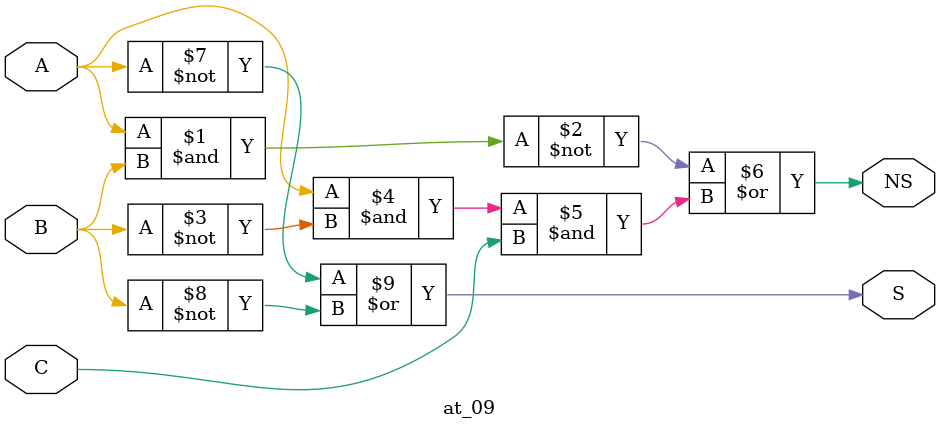
<source format=v>
module at_09(
    input A, B, C,
    output NS, S
);

assign NS = ~(A & B) | A & ~B & C;
assign S = ~A | ~B;
    
endmodule
</source>
